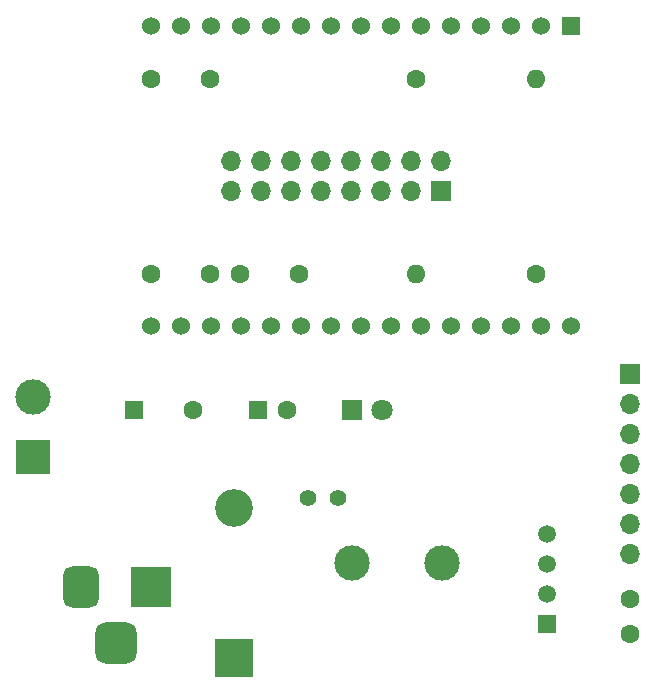
<source format=gbr>
%TF.GenerationSoftware,KiCad,Pcbnew,8.0.7-unknown-202501031821~9d36205ced~ubuntu20.04.1*%
%TF.CreationDate,2025-01-13T23:31:32-03:00*%
%TF.ProjectId,Wise-Shield-32,57697365-2d53-4686-9965-6c642d33322e,rev?*%
%TF.SameCoordinates,Original*%
%TF.FileFunction,Soldermask,Top*%
%TF.FilePolarity,Negative*%
%FSLAX46Y46*%
G04 Gerber Fmt 4.6, Leading zero omitted, Abs format (unit mm)*
G04 Created by KiCad (PCBNEW 8.0.7-unknown-202501031821~9d36205ced~ubuntu20.04.1) date 2025-01-13 23:31:32*
%MOMM*%
%LPD*%
G01*
G04 APERTURE LIST*
G04 Aperture macros list*
%AMRoundRect*
0 Rectangle with rounded corners*
0 $1 Rounding radius*
0 $2 $3 $4 $5 $6 $7 $8 $9 X,Y pos of 4 corners*
0 Add a 4 corners polygon primitive as box body*
4,1,4,$2,$3,$4,$5,$6,$7,$8,$9,$2,$3,0*
0 Add four circle primitives for the rounded corners*
1,1,$1+$1,$2,$3*
1,1,$1+$1,$4,$5*
1,1,$1+$1,$6,$7*
1,1,$1+$1,$8,$9*
0 Add four rect primitives between the rounded corners*
20,1,$1+$1,$2,$3,$4,$5,0*
20,1,$1+$1,$4,$5,$6,$7,0*
20,1,$1+$1,$6,$7,$8,$9,0*
20,1,$1+$1,$8,$9,$2,$3,0*%
G04 Aperture macros list end*
%ADD10C,1.400000*%
%ADD11R,1.600000X1.600000*%
%ADD12C,1.600000*%
%ADD13R,3.000000X3.000000*%
%ADD14C,3.000000*%
%ADD15R,1.800000X1.800000*%
%ADD16C,1.800000*%
%ADD17R,1.524000X1.524000*%
%ADD18C,1.524000*%
%ADD19R,3.200000X3.200000*%
%ADD20O,3.200000X3.200000*%
%ADD21O,1.600000X1.600000*%
%ADD22R,1.500000X1.500000*%
%ADD23C,1.500000*%
%ADD24R,1.700000X1.700000*%
%ADD25O,1.700000X1.700000*%
%ADD26R,3.500000X3.500000*%
%ADD27RoundRect,0.750000X-0.750000X-1.000000X0.750000X-1.000000X0.750000X1.000000X-0.750000X1.000000X0*%
%ADD28RoundRect,0.875000X-0.875000X-0.875000X0.875000X-0.875000X0.875000X0.875000X-0.875000X0.875000X0*%
G04 APERTURE END LIST*
D10*
%TO.C,JP3*%
X124750000Y-103500000D03*
X127290000Y-103500000D03*
%TD*%
D11*
%TO.C,C3*%
X120500000Y-96000000D03*
D12*
X123000000Y-96000000D03*
%TD*%
D13*
%TO.C,J6*%
X101500000Y-100040000D03*
D14*
X101500000Y-94960000D03*
%TD*%
D15*
%TO.C,D1*%
X128460000Y-96000000D03*
D16*
X131000000Y-96000000D03*
%TD*%
D12*
%TO.C,C4*%
X111500000Y-68000000D03*
X116500000Y-68000000D03*
%TD*%
D14*
%TO.C,J5*%
X136120000Y-109000000D03*
X128500000Y-109000000D03*
%TD*%
D17*
%TO.C,U1*%
X147000000Y-63500000D03*
D18*
X144460000Y-63500000D03*
X141920000Y-63500000D03*
X139380000Y-63500000D03*
X136840000Y-63500000D03*
X134300000Y-63500000D03*
X131760000Y-63500000D03*
X129220000Y-63500000D03*
X126680000Y-63500000D03*
X124140000Y-63500000D03*
X121600000Y-63500000D03*
X119060000Y-63500000D03*
X116520000Y-63500000D03*
X113980000Y-63500000D03*
X111440000Y-63500000D03*
X111440000Y-88900000D03*
X113980000Y-88900000D03*
X116520000Y-88900000D03*
X119060000Y-88900000D03*
X121600000Y-88900000D03*
X124140000Y-88900000D03*
X126680000Y-88900000D03*
X129220000Y-88900000D03*
X131760000Y-88900000D03*
X134300000Y-88900000D03*
X136840000Y-88900000D03*
X139380000Y-88900000D03*
X141920000Y-88900000D03*
X144460000Y-88900000D03*
X147000000Y-88900000D03*
%TD*%
D12*
%TO.C,R1*%
X152000000Y-115000000D03*
X152000000Y-112000000D03*
%TD*%
%TO.C,C2*%
X111500000Y-84500000D03*
X116500000Y-84500000D03*
%TD*%
D11*
%TO.C,C5*%
X110000000Y-96000000D03*
D12*
X115000000Y-96000000D03*
%TD*%
D19*
%TO.C,D2*%
X118500000Y-117000000D03*
D20*
X118500000Y-104300000D03*
%TD*%
D12*
%TO.C,R2*%
X133920000Y-68000000D03*
D21*
X144080000Y-68000000D03*
%TD*%
D22*
%TO.C,U2*%
X145000000Y-114120000D03*
D23*
X145000000Y-111580000D03*
X145000000Y-109040000D03*
X145000000Y-106500000D03*
%TD*%
D24*
%TO.C,J4*%
X152000000Y-92960000D03*
D25*
X152000000Y-95500000D03*
X152000000Y-98040000D03*
X152000000Y-100580000D03*
X152000000Y-103120000D03*
X152000000Y-105660000D03*
X152000000Y-108200000D03*
%TD*%
D26*
%TO.C,J3*%
X111500000Y-111042500D03*
D27*
X105500000Y-111042500D03*
D28*
X108500000Y-115742500D03*
%TD*%
D12*
%TO.C,R3*%
X144080000Y-84500000D03*
D21*
X133920000Y-84500000D03*
%TD*%
D12*
%TO.C,C1*%
X119000000Y-84500000D03*
X124000000Y-84500000D03*
%TD*%
D25*
%TO.C,J1*%
X125880000Y-77500000D03*
X125880000Y-74960000D03*
X133500000Y-77500000D03*
X128420000Y-77500000D03*
X123340000Y-77500000D03*
X120800000Y-77500000D03*
X123340000Y-74960000D03*
X128420000Y-74960000D03*
X118260000Y-74960000D03*
X136040000Y-74960000D03*
X130960000Y-74960000D03*
X133500000Y-74960000D03*
X120800000Y-74960000D03*
X118260000Y-77500000D03*
D24*
X136040000Y-77500000D03*
D25*
X130960000Y-77500000D03*
%TD*%
M02*

</source>
